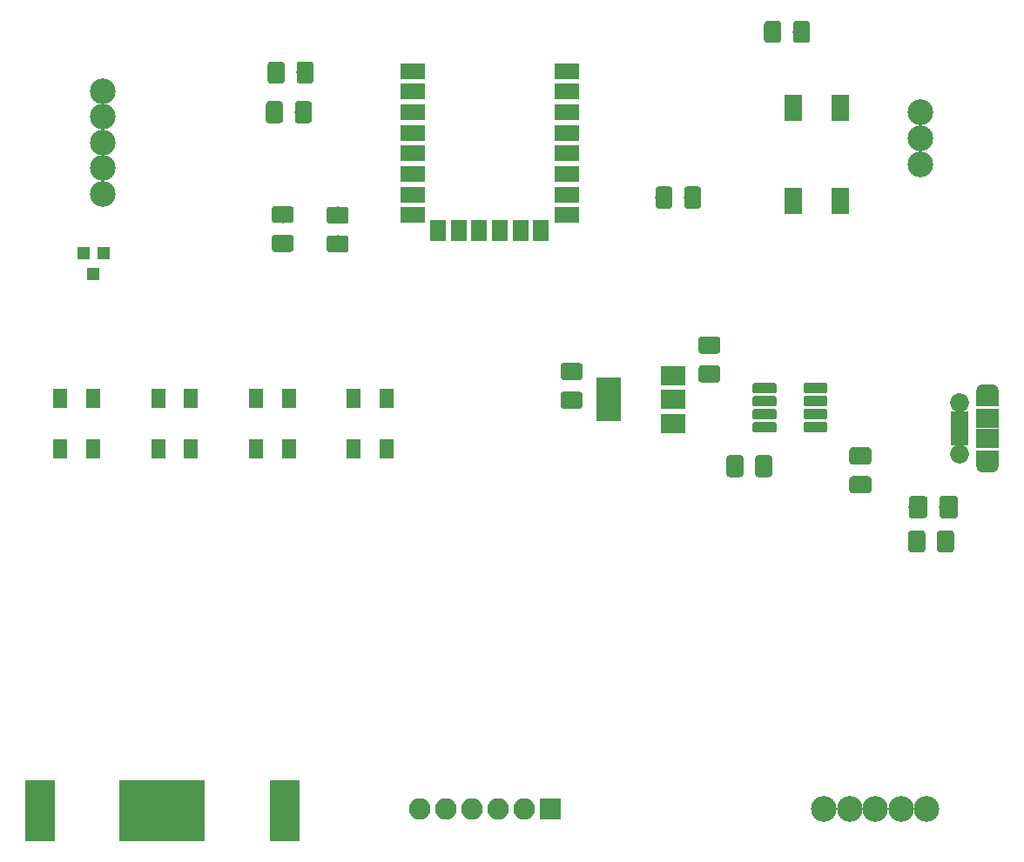
<source format=gbr>
G04 #@! TF.GenerationSoftware,KiCad,Pcbnew,(5.1.2)-1*
G04 #@! TF.CreationDate,2020-01-23T21:38:11-06:00*
G04 #@! TF.ProjectId,8266-dev,38323636-2d64-4657-962e-6b696361645f,rev?*
G04 #@! TF.SameCoordinates,Original*
G04 #@! TF.FileFunction,Soldermask,Top*
G04 #@! TF.FilePolarity,Negative*
%FSLAX46Y46*%
G04 Gerber Fmt 4.6, Leading zero omitted, Abs format (unit mm)*
G04 Created by KiCad (PCBNEW (5.1.2)-1) date 2020-01-23 21:38:11*
%MOMM*%
%LPD*%
G04 APERTURE LIST*
%ADD10C,0.100000*%
%ADD11C,1.650000*%
%ADD12R,8.400000X5.960000*%
%ADD13R,3.000000X5.960000*%
%ADD14R,1.800000X2.500000*%
%ADD15R,1.500000X2.100000*%
%ADD16R,2.400000X1.600000*%
%ADD17C,2.500000*%
%ADD18R,2.100000X2.100000*%
%ADD19O,2.100000X2.100000*%
%ADD20R,1.400000X1.900000*%
%ADD21R,1.200000X1.300000*%
%ADD22R,2.300000X1.900000*%
%ADD23C,1.850000*%
%ADD24R,1.750000X0.800000*%
%ADD25O,2.300000X1.600000*%
%ADD26R,2.300000X1.600000*%
%ADD27C,1.000000*%
%ADD28C,1.825000*%
%ADD29R,2.400000X4.200000*%
%ADD30R,2.400000X1.900000*%
G04 APERTURE END LIST*
D10*
G36*
X169825045Y-91797890D02*
G01*
X169857079Y-91802642D01*
X169888493Y-91810511D01*
X169918985Y-91821421D01*
X169948260Y-91835267D01*
X169976037Y-91851916D01*
X170002049Y-91871208D01*
X170026044Y-91892956D01*
X170047792Y-91916951D01*
X170067084Y-91942963D01*
X170083733Y-91970740D01*
X170097579Y-92000015D01*
X170108489Y-92030507D01*
X170116358Y-92061921D01*
X170121110Y-92093955D01*
X170122699Y-92126301D01*
X170122699Y-93116301D01*
X170121110Y-93148647D01*
X170116358Y-93180681D01*
X170108489Y-93212095D01*
X170097579Y-93242587D01*
X170083733Y-93271862D01*
X170067084Y-93299639D01*
X170047792Y-93325651D01*
X170026044Y-93349646D01*
X170002049Y-93371394D01*
X169976037Y-93390686D01*
X169948260Y-93407335D01*
X169918985Y-93421181D01*
X169888493Y-93432091D01*
X169857079Y-93439960D01*
X169825045Y-93444712D01*
X169792699Y-93446301D01*
X168302699Y-93446301D01*
X168270353Y-93444712D01*
X168238319Y-93439960D01*
X168206905Y-93432091D01*
X168176413Y-93421181D01*
X168147138Y-93407335D01*
X168119361Y-93390686D01*
X168093349Y-93371394D01*
X168069354Y-93349646D01*
X168047606Y-93325651D01*
X168028314Y-93299639D01*
X168011665Y-93271862D01*
X167997819Y-93242587D01*
X167986909Y-93212095D01*
X167979040Y-93180681D01*
X167974288Y-93148647D01*
X167972699Y-93116301D01*
X167972699Y-92126301D01*
X167974288Y-92093955D01*
X167979040Y-92061921D01*
X167986909Y-92030507D01*
X167997819Y-92000015D01*
X168011665Y-91970740D01*
X168028314Y-91942963D01*
X168047606Y-91916951D01*
X168069354Y-91892956D01*
X168093349Y-91871208D01*
X168119361Y-91851916D01*
X168147138Y-91835267D01*
X168176413Y-91821421D01*
X168206905Y-91810511D01*
X168238319Y-91802642D01*
X168270353Y-91797890D01*
X168302699Y-91796301D01*
X169792699Y-91796301D01*
X169825045Y-91797890D01*
X169825045Y-91797890D01*
G37*
D11*
X169047699Y-92621301D03*
D10*
G36*
X169825045Y-94597890D02*
G01*
X169857079Y-94602642D01*
X169888493Y-94610511D01*
X169918985Y-94621421D01*
X169948260Y-94635267D01*
X169976037Y-94651916D01*
X170002049Y-94671208D01*
X170026044Y-94692956D01*
X170047792Y-94716951D01*
X170067084Y-94742963D01*
X170083733Y-94770740D01*
X170097579Y-94800015D01*
X170108489Y-94830507D01*
X170116358Y-94861921D01*
X170121110Y-94893955D01*
X170122699Y-94926301D01*
X170122699Y-95916301D01*
X170121110Y-95948647D01*
X170116358Y-95980681D01*
X170108489Y-96012095D01*
X170097579Y-96042587D01*
X170083733Y-96071862D01*
X170067084Y-96099639D01*
X170047792Y-96125651D01*
X170026044Y-96149646D01*
X170002049Y-96171394D01*
X169976037Y-96190686D01*
X169948260Y-96207335D01*
X169918985Y-96221181D01*
X169888493Y-96232091D01*
X169857079Y-96239960D01*
X169825045Y-96244712D01*
X169792699Y-96246301D01*
X168302699Y-96246301D01*
X168270353Y-96244712D01*
X168238319Y-96239960D01*
X168206905Y-96232091D01*
X168176413Y-96221181D01*
X168147138Y-96207335D01*
X168119361Y-96190686D01*
X168093349Y-96171394D01*
X168069354Y-96149646D01*
X168047606Y-96125651D01*
X168028314Y-96099639D01*
X168011665Y-96071862D01*
X167997819Y-96042587D01*
X167986909Y-96012095D01*
X167979040Y-95980681D01*
X167974288Y-95948647D01*
X167972699Y-95916301D01*
X167972699Y-94926301D01*
X167974288Y-94893955D01*
X167979040Y-94861921D01*
X167986909Y-94830507D01*
X167997819Y-94800015D01*
X168011665Y-94770740D01*
X168028314Y-94742963D01*
X168047606Y-94716951D01*
X168069354Y-94692956D01*
X168093349Y-94671208D01*
X168119361Y-94651916D01*
X168147138Y-94635267D01*
X168176413Y-94621421D01*
X168206905Y-94610511D01*
X168238319Y-94602642D01*
X168270353Y-94597890D01*
X168302699Y-94596301D01*
X169792699Y-94596301D01*
X169825045Y-94597890D01*
X169825045Y-94597890D01*
G37*
D11*
X169047699Y-95421301D03*
D12*
X101168200Y-127170180D03*
D13*
X113073200Y-127170180D03*
X89263200Y-127170180D03*
D10*
G36*
X113667646Y-68310309D02*
G01*
X113699680Y-68315061D01*
X113731094Y-68322930D01*
X113761586Y-68333840D01*
X113790861Y-68347686D01*
X113818638Y-68364335D01*
X113844650Y-68383627D01*
X113868645Y-68405375D01*
X113890393Y-68429370D01*
X113909685Y-68455382D01*
X113926334Y-68483159D01*
X113940180Y-68512434D01*
X113951090Y-68542926D01*
X113958959Y-68574340D01*
X113963711Y-68606374D01*
X113965300Y-68638720D01*
X113965300Y-69628720D01*
X113963711Y-69661066D01*
X113958959Y-69693100D01*
X113951090Y-69724514D01*
X113940180Y-69755006D01*
X113926334Y-69784281D01*
X113909685Y-69812058D01*
X113890393Y-69838070D01*
X113868645Y-69862065D01*
X113844650Y-69883813D01*
X113818638Y-69903105D01*
X113790861Y-69919754D01*
X113761586Y-69933600D01*
X113731094Y-69944510D01*
X113699680Y-69952379D01*
X113667646Y-69957131D01*
X113635300Y-69958720D01*
X112145300Y-69958720D01*
X112112954Y-69957131D01*
X112080920Y-69952379D01*
X112049506Y-69944510D01*
X112019014Y-69933600D01*
X111989739Y-69919754D01*
X111961962Y-69903105D01*
X111935950Y-69883813D01*
X111911955Y-69862065D01*
X111890207Y-69838070D01*
X111870915Y-69812058D01*
X111854266Y-69784281D01*
X111840420Y-69755006D01*
X111829510Y-69724514D01*
X111821641Y-69693100D01*
X111816889Y-69661066D01*
X111815300Y-69628720D01*
X111815300Y-68638720D01*
X111816889Y-68606374D01*
X111821641Y-68574340D01*
X111829510Y-68542926D01*
X111840420Y-68512434D01*
X111854266Y-68483159D01*
X111870915Y-68455382D01*
X111890207Y-68429370D01*
X111911955Y-68405375D01*
X111935950Y-68383627D01*
X111961962Y-68364335D01*
X111989739Y-68347686D01*
X112019014Y-68333840D01*
X112049506Y-68322930D01*
X112080920Y-68315061D01*
X112112954Y-68310309D01*
X112145300Y-68308720D01*
X113635300Y-68308720D01*
X113667646Y-68310309D01*
X113667646Y-68310309D01*
G37*
D11*
X112890300Y-69133720D03*
D10*
G36*
X113667646Y-71110309D02*
G01*
X113699680Y-71115061D01*
X113731094Y-71122930D01*
X113761586Y-71133840D01*
X113790861Y-71147686D01*
X113818638Y-71164335D01*
X113844650Y-71183627D01*
X113868645Y-71205375D01*
X113890393Y-71229370D01*
X113909685Y-71255382D01*
X113926334Y-71283159D01*
X113940180Y-71312434D01*
X113951090Y-71342926D01*
X113958959Y-71374340D01*
X113963711Y-71406374D01*
X113965300Y-71438720D01*
X113965300Y-72428720D01*
X113963711Y-72461066D01*
X113958959Y-72493100D01*
X113951090Y-72524514D01*
X113940180Y-72555006D01*
X113926334Y-72584281D01*
X113909685Y-72612058D01*
X113890393Y-72638070D01*
X113868645Y-72662065D01*
X113844650Y-72683813D01*
X113818638Y-72703105D01*
X113790861Y-72719754D01*
X113761586Y-72733600D01*
X113731094Y-72744510D01*
X113699680Y-72752379D01*
X113667646Y-72757131D01*
X113635300Y-72758720D01*
X112145300Y-72758720D01*
X112112954Y-72757131D01*
X112080920Y-72752379D01*
X112049506Y-72744510D01*
X112019014Y-72733600D01*
X111989739Y-72719754D01*
X111961962Y-72703105D01*
X111935950Y-72683813D01*
X111911955Y-72662065D01*
X111890207Y-72638070D01*
X111870915Y-72612058D01*
X111854266Y-72584281D01*
X111840420Y-72555006D01*
X111829510Y-72524514D01*
X111821641Y-72493100D01*
X111816889Y-72461066D01*
X111815300Y-72428720D01*
X111815300Y-71438720D01*
X111816889Y-71406374D01*
X111821641Y-71374340D01*
X111829510Y-71342926D01*
X111840420Y-71312434D01*
X111854266Y-71283159D01*
X111870915Y-71255382D01*
X111890207Y-71229370D01*
X111911955Y-71205375D01*
X111935950Y-71183627D01*
X111961962Y-71164335D01*
X111989739Y-71147686D01*
X112019014Y-71133840D01*
X112049506Y-71122930D01*
X112080920Y-71115061D01*
X112112954Y-71110309D01*
X112145300Y-71108720D01*
X113635300Y-71108720D01*
X113667646Y-71110309D01*
X113667646Y-71110309D01*
G37*
D11*
X112890300Y-71933720D03*
D10*
G36*
X115574106Y-54214769D02*
G01*
X115606140Y-54219521D01*
X115637554Y-54227390D01*
X115668046Y-54238300D01*
X115697321Y-54252146D01*
X115725098Y-54268795D01*
X115751110Y-54288087D01*
X115775105Y-54309835D01*
X115796853Y-54333830D01*
X115816145Y-54359842D01*
X115832794Y-54387619D01*
X115846640Y-54416894D01*
X115857550Y-54447386D01*
X115865419Y-54478800D01*
X115870171Y-54510834D01*
X115871760Y-54543180D01*
X115871760Y-56033180D01*
X115870171Y-56065526D01*
X115865419Y-56097560D01*
X115857550Y-56128974D01*
X115846640Y-56159466D01*
X115832794Y-56188741D01*
X115816145Y-56216518D01*
X115796853Y-56242530D01*
X115775105Y-56266525D01*
X115751110Y-56288273D01*
X115725098Y-56307565D01*
X115697321Y-56324214D01*
X115668046Y-56338060D01*
X115637554Y-56348970D01*
X115606140Y-56356839D01*
X115574106Y-56361591D01*
X115541760Y-56363180D01*
X114551760Y-56363180D01*
X114519414Y-56361591D01*
X114487380Y-56356839D01*
X114455966Y-56348970D01*
X114425474Y-56338060D01*
X114396199Y-56324214D01*
X114368422Y-56307565D01*
X114342410Y-56288273D01*
X114318415Y-56266525D01*
X114296667Y-56242530D01*
X114277375Y-56216518D01*
X114260726Y-56188741D01*
X114246880Y-56159466D01*
X114235970Y-56128974D01*
X114228101Y-56097560D01*
X114223349Y-56065526D01*
X114221760Y-56033180D01*
X114221760Y-54543180D01*
X114223349Y-54510834D01*
X114228101Y-54478800D01*
X114235970Y-54447386D01*
X114246880Y-54416894D01*
X114260726Y-54387619D01*
X114277375Y-54359842D01*
X114296667Y-54333830D01*
X114318415Y-54309835D01*
X114342410Y-54288087D01*
X114368422Y-54268795D01*
X114396199Y-54252146D01*
X114425474Y-54238300D01*
X114455966Y-54227390D01*
X114487380Y-54219521D01*
X114519414Y-54214769D01*
X114551760Y-54213180D01*
X115541760Y-54213180D01*
X115574106Y-54214769D01*
X115574106Y-54214769D01*
G37*
D11*
X115046760Y-55288180D03*
D10*
G36*
X112774106Y-54214769D02*
G01*
X112806140Y-54219521D01*
X112837554Y-54227390D01*
X112868046Y-54238300D01*
X112897321Y-54252146D01*
X112925098Y-54268795D01*
X112951110Y-54288087D01*
X112975105Y-54309835D01*
X112996853Y-54333830D01*
X113016145Y-54359842D01*
X113032794Y-54387619D01*
X113046640Y-54416894D01*
X113057550Y-54447386D01*
X113065419Y-54478800D01*
X113070171Y-54510834D01*
X113071760Y-54543180D01*
X113071760Y-56033180D01*
X113070171Y-56065526D01*
X113065419Y-56097560D01*
X113057550Y-56128974D01*
X113046640Y-56159466D01*
X113032794Y-56188741D01*
X113016145Y-56216518D01*
X112996853Y-56242530D01*
X112975105Y-56266525D01*
X112951110Y-56288273D01*
X112925098Y-56307565D01*
X112897321Y-56324214D01*
X112868046Y-56338060D01*
X112837554Y-56348970D01*
X112806140Y-56356839D01*
X112774106Y-56361591D01*
X112741760Y-56363180D01*
X111751760Y-56363180D01*
X111719414Y-56361591D01*
X111687380Y-56356839D01*
X111655966Y-56348970D01*
X111625474Y-56338060D01*
X111596199Y-56324214D01*
X111568422Y-56307565D01*
X111542410Y-56288273D01*
X111518415Y-56266525D01*
X111496667Y-56242530D01*
X111477375Y-56216518D01*
X111460726Y-56188741D01*
X111446880Y-56159466D01*
X111435970Y-56128974D01*
X111428101Y-56097560D01*
X111423349Y-56065526D01*
X111421760Y-56033180D01*
X111421760Y-54543180D01*
X111423349Y-54510834D01*
X111428101Y-54478800D01*
X111435970Y-54447386D01*
X111446880Y-54416894D01*
X111460726Y-54387619D01*
X111477375Y-54359842D01*
X111496667Y-54333830D01*
X111518415Y-54309835D01*
X111542410Y-54288087D01*
X111568422Y-54268795D01*
X111596199Y-54252146D01*
X111625474Y-54238300D01*
X111655966Y-54227390D01*
X111687380Y-54219521D01*
X111719414Y-54214769D01*
X111751760Y-54213180D01*
X112741760Y-54213180D01*
X112774106Y-54214769D01*
X112774106Y-54214769D01*
G37*
D11*
X112246760Y-55288180D03*
D10*
G36*
X112606466Y-58088269D02*
G01*
X112638500Y-58093021D01*
X112669914Y-58100890D01*
X112700406Y-58111800D01*
X112729681Y-58125646D01*
X112757458Y-58142295D01*
X112783470Y-58161587D01*
X112807465Y-58183335D01*
X112829213Y-58207330D01*
X112848505Y-58233342D01*
X112865154Y-58261119D01*
X112879000Y-58290394D01*
X112889910Y-58320886D01*
X112897779Y-58352300D01*
X112902531Y-58384334D01*
X112904120Y-58416680D01*
X112904120Y-59906680D01*
X112902531Y-59939026D01*
X112897779Y-59971060D01*
X112889910Y-60002474D01*
X112879000Y-60032966D01*
X112865154Y-60062241D01*
X112848505Y-60090018D01*
X112829213Y-60116030D01*
X112807465Y-60140025D01*
X112783470Y-60161773D01*
X112757458Y-60181065D01*
X112729681Y-60197714D01*
X112700406Y-60211560D01*
X112669914Y-60222470D01*
X112638500Y-60230339D01*
X112606466Y-60235091D01*
X112574120Y-60236680D01*
X111584120Y-60236680D01*
X111551774Y-60235091D01*
X111519740Y-60230339D01*
X111488326Y-60222470D01*
X111457834Y-60211560D01*
X111428559Y-60197714D01*
X111400782Y-60181065D01*
X111374770Y-60161773D01*
X111350775Y-60140025D01*
X111329027Y-60116030D01*
X111309735Y-60090018D01*
X111293086Y-60062241D01*
X111279240Y-60032966D01*
X111268330Y-60002474D01*
X111260461Y-59971060D01*
X111255709Y-59939026D01*
X111254120Y-59906680D01*
X111254120Y-58416680D01*
X111255709Y-58384334D01*
X111260461Y-58352300D01*
X111268330Y-58320886D01*
X111279240Y-58290394D01*
X111293086Y-58261119D01*
X111309735Y-58233342D01*
X111329027Y-58207330D01*
X111350775Y-58183335D01*
X111374770Y-58161587D01*
X111400782Y-58142295D01*
X111428559Y-58125646D01*
X111457834Y-58111800D01*
X111488326Y-58100890D01*
X111519740Y-58093021D01*
X111551774Y-58088269D01*
X111584120Y-58086680D01*
X112574120Y-58086680D01*
X112606466Y-58088269D01*
X112606466Y-58088269D01*
G37*
D11*
X112079120Y-59161680D03*
D10*
G36*
X115406466Y-58088269D02*
G01*
X115438500Y-58093021D01*
X115469914Y-58100890D01*
X115500406Y-58111800D01*
X115529681Y-58125646D01*
X115557458Y-58142295D01*
X115583470Y-58161587D01*
X115607465Y-58183335D01*
X115629213Y-58207330D01*
X115648505Y-58233342D01*
X115665154Y-58261119D01*
X115679000Y-58290394D01*
X115689910Y-58320886D01*
X115697779Y-58352300D01*
X115702531Y-58384334D01*
X115704120Y-58416680D01*
X115704120Y-59906680D01*
X115702531Y-59939026D01*
X115697779Y-59971060D01*
X115689910Y-60002474D01*
X115679000Y-60032966D01*
X115665154Y-60062241D01*
X115648505Y-60090018D01*
X115629213Y-60116030D01*
X115607465Y-60140025D01*
X115583470Y-60161773D01*
X115557458Y-60181065D01*
X115529681Y-60197714D01*
X115500406Y-60211560D01*
X115469914Y-60222470D01*
X115438500Y-60230339D01*
X115406466Y-60235091D01*
X115374120Y-60236680D01*
X114384120Y-60236680D01*
X114351774Y-60235091D01*
X114319740Y-60230339D01*
X114288326Y-60222470D01*
X114257834Y-60211560D01*
X114228559Y-60197714D01*
X114200782Y-60181065D01*
X114174770Y-60161773D01*
X114150775Y-60140025D01*
X114129027Y-60116030D01*
X114109735Y-60090018D01*
X114093086Y-60062241D01*
X114079240Y-60032966D01*
X114068330Y-60002474D01*
X114060461Y-59971060D01*
X114055709Y-59939026D01*
X114054120Y-59906680D01*
X114054120Y-58416680D01*
X114055709Y-58384334D01*
X114060461Y-58352300D01*
X114068330Y-58320886D01*
X114079240Y-58290394D01*
X114093086Y-58261119D01*
X114109735Y-58233342D01*
X114129027Y-58207330D01*
X114150775Y-58183335D01*
X114174770Y-58161587D01*
X114200782Y-58142295D01*
X114228559Y-58125646D01*
X114257834Y-58111800D01*
X114288326Y-58100890D01*
X114319740Y-58093021D01*
X114351774Y-58088269D01*
X114384120Y-58086680D01*
X115374120Y-58086680D01*
X115406466Y-58088269D01*
X115406466Y-58088269D01*
G37*
D11*
X114879120Y-59161680D03*
D10*
G36*
X163836646Y-50285389D02*
G01*
X163868680Y-50290141D01*
X163900094Y-50298010D01*
X163930586Y-50308920D01*
X163959861Y-50322766D01*
X163987638Y-50339415D01*
X164013650Y-50358707D01*
X164037645Y-50380455D01*
X164059393Y-50404450D01*
X164078685Y-50430462D01*
X164095334Y-50458239D01*
X164109180Y-50487514D01*
X164120090Y-50518006D01*
X164127959Y-50549420D01*
X164132711Y-50581454D01*
X164134300Y-50613800D01*
X164134300Y-52103800D01*
X164132711Y-52136146D01*
X164127959Y-52168180D01*
X164120090Y-52199594D01*
X164109180Y-52230086D01*
X164095334Y-52259361D01*
X164078685Y-52287138D01*
X164059393Y-52313150D01*
X164037645Y-52337145D01*
X164013650Y-52358893D01*
X163987638Y-52378185D01*
X163959861Y-52394834D01*
X163930586Y-52408680D01*
X163900094Y-52419590D01*
X163868680Y-52427459D01*
X163836646Y-52432211D01*
X163804300Y-52433800D01*
X162814300Y-52433800D01*
X162781954Y-52432211D01*
X162749920Y-52427459D01*
X162718506Y-52419590D01*
X162688014Y-52408680D01*
X162658739Y-52394834D01*
X162630962Y-52378185D01*
X162604950Y-52358893D01*
X162580955Y-52337145D01*
X162559207Y-52313150D01*
X162539915Y-52287138D01*
X162523266Y-52259361D01*
X162509420Y-52230086D01*
X162498510Y-52199594D01*
X162490641Y-52168180D01*
X162485889Y-52136146D01*
X162484300Y-52103800D01*
X162484300Y-50613800D01*
X162485889Y-50581454D01*
X162490641Y-50549420D01*
X162498510Y-50518006D01*
X162509420Y-50487514D01*
X162523266Y-50458239D01*
X162539915Y-50430462D01*
X162559207Y-50404450D01*
X162580955Y-50380455D01*
X162604950Y-50358707D01*
X162630962Y-50339415D01*
X162658739Y-50322766D01*
X162688014Y-50308920D01*
X162718506Y-50298010D01*
X162749920Y-50290141D01*
X162781954Y-50285389D01*
X162814300Y-50283800D01*
X163804300Y-50283800D01*
X163836646Y-50285389D01*
X163836646Y-50285389D01*
G37*
D11*
X163309300Y-51358800D03*
D10*
G36*
X161036646Y-50285389D02*
G01*
X161068680Y-50290141D01*
X161100094Y-50298010D01*
X161130586Y-50308920D01*
X161159861Y-50322766D01*
X161187638Y-50339415D01*
X161213650Y-50358707D01*
X161237645Y-50380455D01*
X161259393Y-50404450D01*
X161278685Y-50430462D01*
X161295334Y-50458239D01*
X161309180Y-50487514D01*
X161320090Y-50518006D01*
X161327959Y-50549420D01*
X161332711Y-50581454D01*
X161334300Y-50613800D01*
X161334300Y-52103800D01*
X161332711Y-52136146D01*
X161327959Y-52168180D01*
X161320090Y-52199594D01*
X161309180Y-52230086D01*
X161295334Y-52259361D01*
X161278685Y-52287138D01*
X161259393Y-52313150D01*
X161237645Y-52337145D01*
X161213650Y-52358893D01*
X161187638Y-52378185D01*
X161159861Y-52394834D01*
X161130586Y-52408680D01*
X161100094Y-52419590D01*
X161068680Y-52427459D01*
X161036646Y-52432211D01*
X161004300Y-52433800D01*
X160014300Y-52433800D01*
X159981954Y-52432211D01*
X159949920Y-52427459D01*
X159918506Y-52419590D01*
X159888014Y-52408680D01*
X159858739Y-52394834D01*
X159830962Y-52378185D01*
X159804950Y-52358893D01*
X159780955Y-52337145D01*
X159759207Y-52313150D01*
X159739915Y-52287138D01*
X159723266Y-52259361D01*
X159709420Y-52230086D01*
X159698510Y-52199594D01*
X159690641Y-52168180D01*
X159685889Y-52136146D01*
X159684300Y-52103800D01*
X159684300Y-50613800D01*
X159685889Y-50581454D01*
X159690641Y-50549420D01*
X159698510Y-50518006D01*
X159709420Y-50487514D01*
X159723266Y-50458239D01*
X159739915Y-50430462D01*
X159759207Y-50404450D01*
X159780955Y-50380455D01*
X159804950Y-50358707D01*
X159830962Y-50339415D01*
X159858739Y-50322766D01*
X159888014Y-50308920D01*
X159918506Y-50298010D01*
X159949920Y-50290141D01*
X159981954Y-50285389D01*
X160014300Y-50283800D01*
X161004300Y-50283800D01*
X161036646Y-50285389D01*
X161036646Y-50285389D01*
G37*
D11*
X160509300Y-51358800D03*
D10*
G36*
X153270706Y-66401689D02*
G01*
X153302740Y-66406441D01*
X153334154Y-66414310D01*
X153364646Y-66425220D01*
X153393921Y-66439066D01*
X153421698Y-66455715D01*
X153447710Y-66475007D01*
X153471705Y-66496755D01*
X153493453Y-66520750D01*
X153512745Y-66546762D01*
X153529394Y-66574539D01*
X153543240Y-66603814D01*
X153554150Y-66634306D01*
X153562019Y-66665720D01*
X153566771Y-66697754D01*
X153568360Y-66730100D01*
X153568360Y-68220100D01*
X153566771Y-68252446D01*
X153562019Y-68284480D01*
X153554150Y-68315894D01*
X153543240Y-68346386D01*
X153529394Y-68375661D01*
X153512745Y-68403438D01*
X153493453Y-68429450D01*
X153471705Y-68453445D01*
X153447710Y-68475193D01*
X153421698Y-68494485D01*
X153393921Y-68511134D01*
X153364646Y-68524980D01*
X153334154Y-68535890D01*
X153302740Y-68543759D01*
X153270706Y-68548511D01*
X153238360Y-68550100D01*
X152248360Y-68550100D01*
X152216014Y-68548511D01*
X152183980Y-68543759D01*
X152152566Y-68535890D01*
X152122074Y-68524980D01*
X152092799Y-68511134D01*
X152065022Y-68494485D01*
X152039010Y-68475193D01*
X152015015Y-68453445D01*
X151993267Y-68429450D01*
X151973975Y-68403438D01*
X151957326Y-68375661D01*
X151943480Y-68346386D01*
X151932570Y-68315894D01*
X151924701Y-68284480D01*
X151919949Y-68252446D01*
X151918360Y-68220100D01*
X151918360Y-66730100D01*
X151919949Y-66697754D01*
X151924701Y-66665720D01*
X151932570Y-66634306D01*
X151943480Y-66603814D01*
X151957326Y-66574539D01*
X151973975Y-66546762D01*
X151993267Y-66520750D01*
X152015015Y-66496755D01*
X152039010Y-66475007D01*
X152065022Y-66455715D01*
X152092799Y-66439066D01*
X152122074Y-66425220D01*
X152152566Y-66414310D01*
X152183980Y-66406441D01*
X152216014Y-66401689D01*
X152248360Y-66400100D01*
X153238360Y-66400100D01*
X153270706Y-66401689D01*
X153270706Y-66401689D01*
G37*
D11*
X152743360Y-67475100D03*
D10*
G36*
X150470706Y-66401689D02*
G01*
X150502740Y-66406441D01*
X150534154Y-66414310D01*
X150564646Y-66425220D01*
X150593921Y-66439066D01*
X150621698Y-66455715D01*
X150647710Y-66475007D01*
X150671705Y-66496755D01*
X150693453Y-66520750D01*
X150712745Y-66546762D01*
X150729394Y-66574539D01*
X150743240Y-66603814D01*
X150754150Y-66634306D01*
X150762019Y-66665720D01*
X150766771Y-66697754D01*
X150768360Y-66730100D01*
X150768360Y-68220100D01*
X150766771Y-68252446D01*
X150762019Y-68284480D01*
X150754150Y-68315894D01*
X150743240Y-68346386D01*
X150729394Y-68375661D01*
X150712745Y-68403438D01*
X150693453Y-68429450D01*
X150671705Y-68453445D01*
X150647710Y-68475193D01*
X150621698Y-68494485D01*
X150593921Y-68511134D01*
X150564646Y-68524980D01*
X150534154Y-68535890D01*
X150502740Y-68543759D01*
X150470706Y-68548511D01*
X150438360Y-68550100D01*
X149448360Y-68550100D01*
X149416014Y-68548511D01*
X149383980Y-68543759D01*
X149352566Y-68535890D01*
X149322074Y-68524980D01*
X149292799Y-68511134D01*
X149265022Y-68494485D01*
X149239010Y-68475193D01*
X149215015Y-68453445D01*
X149193267Y-68429450D01*
X149173975Y-68403438D01*
X149157326Y-68375661D01*
X149143480Y-68346386D01*
X149132570Y-68315894D01*
X149124701Y-68284480D01*
X149119949Y-68252446D01*
X149118360Y-68220100D01*
X149118360Y-66730100D01*
X149119949Y-66697754D01*
X149124701Y-66665720D01*
X149132570Y-66634306D01*
X149143480Y-66603814D01*
X149157326Y-66574539D01*
X149173975Y-66546762D01*
X149193267Y-66520750D01*
X149215015Y-66496755D01*
X149239010Y-66475007D01*
X149265022Y-66455715D01*
X149292799Y-66439066D01*
X149322074Y-66425220D01*
X149352566Y-66414310D01*
X149383980Y-66406441D01*
X149416014Y-66401689D01*
X149448360Y-66400100D01*
X150438360Y-66400100D01*
X150470706Y-66401689D01*
X150470706Y-66401689D01*
G37*
D11*
X149943360Y-67475100D03*
D14*
X167055360Y-67813780D03*
X162555360Y-67813780D03*
X162555360Y-58713780D03*
X167055360Y-58713780D03*
D15*
X137986780Y-70671580D03*
X135986780Y-70671580D03*
X133986780Y-70671580D03*
X131986780Y-70671580D03*
X129986780Y-70671580D03*
X127986780Y-70671580D03*
D16*
X140486780Y-55171580D03*
X140486780Y-57171580D03*
X140486780Y-59171580D03*
X140486780Y-61171580D03*
X140486780Y-63171580D03*
X140486780Y-65171580D03*
X140486780Y-67171580D03*
X140486780Y-69171580D03*
X125486780Y-69171580D03*
X125486780Y-67171580D03*
X125486780Y-65171580D03*
X125486780Y-63171580D03*
X125486780Y-61171580D03*
X125486780Y-59171580D03*
X125486780Y-57171580D03*
X125486780Y-55171580D03*
D17*
X165511480Y-126949200D03*
X168011480Y-126949200D03*
X170511480Y-126949200D03*
X173011480Y-126949200D03*
X175511480Y-126949200D03*
X95417640Y-57104280D03*
X95417640Y-59604280D03*
X95417640Y-62104280D03*
X95417640Y-64604280D03*
X95417640Y-67104280D03*
D18*
X138942530Y-126944200D03*
D19*
X136402530Y-126944200D03*
X133862530Y-126944200D03*
X131322530Y-126944200D03*
X128782530Y-126944200D03*
X126242530Y-126944200D03*
D17*
X174919640Y-59194700D03*
X174919640Y-61734700D03*
X174919640Y-64274700D03*
D10*
G36*
X118983866Y-68355569D02*
G01*
X119015900Y-68360321D01*
X119047314Y-68368190D01*
X119077806Y-68379100D01*
X119107081Y-68392946D01*
X119134858Y-68409595D01*
X119160870Y-68428887D01*
X119184865Y-68450635D01*
X119206613Y-68474630D01*
X119225905Y-68500642D01*
X119242554Y-68528419D01*
X119256400Y-68557694D01*
X119267310Y-68588186D01*
X119275179Y-68619600D01*
X119279931Y-68651634D01*
X119281520Y-68683980D01*
X119281520Y-69673980D01*
X119279931Y-69706326D01*
X119275179Y-69738360D01*
X119267310Y-69769774D01*
X119256400Y-69800266D01*
X119242554Y-69829541D01*
X119225905Y-69857318D01*
X119206613Y-69883330D01*
X119184865Y-69907325D01*
X119160870Y-69929073D01*
X119134858Y-69948365D01*
X119107081Y-69965014D01*
X119077806Y-69978860D01*
X119047314Y-69989770D01*
X119015900Y-69997639D01*
X118983866Y-70002391D01*
X118951520Y-70003980D01*
X117461520Y-70003980D01*
X117429174Y-70002391D01*
X117397140Y-69997639D01*
X117365726Y-69989770D01*
X117335234Y-69978860D01*
X117305959Y-69965014D01*
X117278182Y-69948365D01*
X117252170Y-69929073D01*
X117228175Y-69907325D01*
X117206427Y-69883330D01*
X117187135Y-69857318D01*
X117170486Y-69829541D01*
X117156640Y-69800266D01*
X117145730Y-69769774D01*
X117137861Y-69738360D01*
X117133109Y-69706326D01*
X117131520Y-69673980D01*
X117131520Y-68683980D01*
X117133109Y-68651634D01*
X117137861Y-68619600D01*
X117145730Y-68588186D01*
X117156640Y-68557694D01*
X117170486Y-68528419D01*
X117187135Y-68500642D01*
X117206427Y-68474630D01*
X117228175Y-68450635D01*
X117252170Y-68428887D01*
X117278182Y-68409595D01*
X117305959Y-68392946D01*
X117335234Y-68379100D01*
X117365726Y-68368190D01*
X117397140Y-68360321D01*
X117429174Y-68355569D01*
X117461520Y-68353980D01*
X118951520Y-68353980D01*
X118983866Y-68355569D01*
X118983866Y-68355569D01*
G37*
D11*
X118206520Y-69178980D03*
D10*
G36*
X118983866Y-71155569D02*
G01*
X119015900Y-71160321D01*
X119047314Y-71168190D01*
X119077806Y-71179100D01*
X119107081Y-71192946D01*
X119134858Y-71209595D01*
X119160870Y-71228887D01*
X119184865Y-71250635D01*
X119206613Y-71274630D01*
X119225905Y-71300642D01*
X119242554Y-71328419D01*
X119256400Y-71357694D01*
X119267310Y-71388186D01*
X119275179Y-71419600D01*
X119279931Y-71451634D01*
X119281520Y-71483980D01*
X119281520Y-72473980D01*
X119279931Y-72506326D01*
X119275179Y-72538360D01*
X119267310Y-72569774D01*
X119256400Y-72600266D01*
X119242554Y-72629541D01*
X119225905Y-72657318D01*
X119206613Y-72683330D01*
X119184865Y-72707325D01*
X119160870Y-72729073D01*
X119134858Y-72748365D01*
X119107081Y-72765014D01*
X119077806Y-72778860D01*
X119047314Y-72789770D01*
X119015900Y-72797639D01*
X118983866Y-72802391D01*
X118951520Y-72803980D01*
X117461520Y-72803980D01*
X117429174Y-72802391D01*
X117397140Y-72797639D01*
X117365726Y-72789770D01*
X117335234Y-72778860D01*
X117305959Y-72765014D01*
X117278182Y-72748365D01*
X117252170Y-72729073D01*
X117228175Y-72707325D01*
X117206427Y-72683330D01*
X117187135Y-72657318D01*
X117170486Y-72629541D01*
X117156640Y-72600266D01*
X117145730Y-72569774D01*
X117137861Y-72538360D01*
X117133109Y-72506326D01*
X117131520Y-72473980D01*
X117131520Y-71483980D01*
X117133109Y-71451634D01*
X117137861Y-71419600D01*
X117145730Y-71388186D01*
X117156640Y-71357694D01*
X117170486Y-71328419D01*
X117187135Y-71300642D01*
X117206427Y-71274630D01*
X117228175Y-71250635D01*
X117252170Y-71228887D01*
X117278182Y-71209595D01*
X117305959Y-71192946D01*
X117335234Y-71179100D01*
X117365726Y-71168190D01*
X117397140Y-71160321D01*
X117429174Y-71155569D01*
X117461520Y-71153980D01*
X118951520Y-71153980D01*
X118983866Y-71155569D01*
X118983866Y-71155569D01*
G37*
D11*
X118206520Y-71978980D03*
D20*
X91274000Y-91895000D03*
X94474000Y-91895000D03*
X91274000Y-86995000D03*
X94474000Y-86995000D03*
X103969666Y-86995000D03*
X100769666Y-86995000D03*
X103969666Y-91895000D03*
X100769666Y-91895000D03*
X110265332Y-91895000D03*
X113465332Y-91895000D03*
X110265332Y-86995000D03*
X113465332Y-86995000D03*
X122961000Y-86995000D03*
X119761000Y-86995000D03*
X122961000Y-91895000D03*
X119761000Y-91895000D03*
D21*
X95440500Y-72898000D03*
X93540500Y-72898000D03*
X94490500Y-74898000D03*
D22*
X181419500Y-88957400D03*
D23*
X178719500Y-92457400D03*
D24*
X178719500Y-90607400D03*
X178719500Y-91257400D03*
X178719500Y-88657400D03*
X178719500Y-89307400D03*
X178719500Y-89957400D03*
D23*
X178719500Y-87457400D03*
D22*
X181419500Y-90957400D03*
D25*
X181419500Y-93457400D03*
X181419500Y-86457400D03*
D26*
X181419500Y-87057400D03*
X181419500Y-92857400D03*
D10*
G36*
X165630404Y-89315604D02*
G01*
X165654673Y-89319204D01*
X165678471Y-89325165D01*
X165701571Y-89333430D01*
X165723749Y-89343920D01*
X165744793Y-89356533D01*
X165764498Y-89371147D01*
X165782677Y-89387623D01*
X165799153Y-89405802D01*
X165813767Y-89425507D01*
X165826380Y-89446551D01*
X165836870Y-89468729D01*
X165845135Y-89491829D01*
X165851096Y-89515627D01*
X165854696Y-89539896D01*
X165855900Y-89564400D01*
X165855900Y-90064400D01*
X165854696Y-90088904D01*
X165851096Y-90113173D01*
X165845135Y-90136971D01*
X165836870Y-90160071D01*
X165826380Y-90182249D01*
X165813767Y-90203293D01*
X165799153Y-90222998D01*
X165782677Y-90241177D01*
X165764498Y-90257653D01*
X165744793Y-90272267D01*
X165723749Y-90284880D01*
X165701571Y-90295370D01*
X165678471Y-90303635D01*
X165654673Y-90309596D01*
X165630404Y-90313196D01*
X165605900Y-90314400D01*
X163755900Y-90314400D01*
X163731396Y-90313196D01*
X163707127Y-90309596D01*
X163683329Y-90303635D01*
X163660229Y-90295370D01*
X163638051Y-90284880D01*
X163617007Y-90272267D01*
X163597302Y-90257653D01*
X163579123Y-90241177D01*
X163562647Y-90222998D01*
X163548033Y-90203293D01*
X163535420Y-90182249D01*
X163524930Y-90160071D01*
X163516665Y-90136971D01*
X163510704Y-90113173D01*
X163507104Y-90088904D01*
X163505900Y-90064400D01*
X163505900Y-89564400D01*
X163507104Y-89539896D01*
X163510704Y-89515627D01*
X163516665Y-89491829D01*
X163524930Y-89468729D01*
X163535420Y-89446551D01*
X163548033Y-89425507D01*
X163562647Y-89405802D01*
X163579123Y-89387623D01*
X163597302Y-89371147D01*
X163617007Y-89356533D01*
X163638051Y-89343920D01*
X163660229Y-89333430D01*
X163683329Y-89325165D01*
X163707127Y-89319204D01*
X163731396Y-89315604D01*
X163755900Y-89314400D01*
X165605900Y-89314400D01*
X165630404Y-89315604D01*
X165630404Y-89315604D01*
G37*
D27*
X164680900Y-89814400D03*
D10*
G36*
X165630404Y-88045604D02*
G01*
X165654673Y-88049204D01*
X165678471Y-88055165D01*
X165701571Y-88063430D01*
X165723749Y-88073920D01*
X165744793Y-88086533D01*
X165764498Y-88101147D01*
X165782677Y-88117623D01*
X165799153Y-88135802D01*
X165813767Y-88155507D01*
X165826380Y-88176551D01*
X165836870Y-88198729D01*
X165845135Y-88221829D01*
X165851096Y-88245627D01*
X165854696Y-88269896D01*
X165855900Y-88294400D01*
X165855900Y-88794400D01*
X165854696Y-88818904D01*
X165851096Y-88843173D01*
X165845135Y-88866971D01*
X165836870Y-88890071D01*
X165826380Y-88912249D01*
X165813767Y-88933293D01*
X165799153Y-88952998D01*
X165782677Y-88971177D01*
X165764498Y-88987653D01*
X165744793Y-89002267D01*
X165723749Y-89014880D01*
X165701571Y-89025370D01*
X165678471Y-89033635D01*
X165654673Y-89039596D01*
X165630404Y-89043196D01*
X165605900Y-89044400D01*
X163755900Y-89044400D01*
X163731396Y-89043196D01*
X163707127Y-89039596D01*
X163683329Y-89033635D01*
X163660229Y-89025370D01*
X163638051Y-89014880D01*
X163617007Y-89002267D01*
X163597302Y-88987653D01*
X163579123Y-88971177D01*
X163562647Y-88952998D01*
X163548033Y-88933293D01*
X163535420Y-88912249D01*
X163524930Y-88890071D01*
X163516665Y-88866971D01*
X163510704Y-88843173D01*
X163507104Y-88818904D01*
X163505900Y-88794400D01*
X163505900Y-88294400D01*
X163507104Y-88269896D01*
X163510704Y-88245627D01*
X163516665Y-88221829D01*
X163524930Y-88198729D01*
X163535420Y-88176551D01*
X163548033Y-88155507D01*
X163562647Y-88135802D01*
X163579123Y-88117623D01*
X163597302Y-88101147D01*
X163617007Y-88086533D01*
X163638051Y-88073920D01*
X163660229Y-88063430D01*
X163683329Y-88055165D01*
X163707127Y-88049204D01*
X163731396Y-88045604D01*
X163755900Y-88044400D01*
X165605900Y-88044400D01*
X165630404Y-88045604D01*
X165630404Y-88045604D01*
G37*
D27*
X164680900Y-88544400D03*
D10*
G36*
X165630404Y-86775604D02*
G01*
X165654673Y-86779204D01*
X165678471Y-86785165D01*
X165701571Y-86793430D01*
X165723749Y-86803920D01*
X165744793Y-86816533D01*
X165764498Y-86831147D01*
X165782677Y-86847623D01*
X165799153Y-86865802D01*
X165813767Y-86885507D01*
X165826380Y-86906551D01*
X165836870Y-86928729D01*
X165845135Y-86951829D01*
X165851096Y-86975627D01*
X165854696Y-86999896D01*
X165855900Y-87024400D01*
X165855900Y-87524400D01*
X165854696Y-87548904D01*
X165851096Y-87573173D01*
X165845135Y-87596971D01*
X165836870Y-87620071D01*
X165826380Y-87642249D01*
X165813767Y-87663293D01*
X165799153Y-87682998D01*
X165782677Y-87701177D01*
X165764498Y-87717653D01*
X165744793Y-87732267D01*
X165723749Y-87744880D01*
X165701571Y-87755370D01*
X165678471Y-87763635D01*
X165654673Y-87769596D01*
X165630404Y-87773196D01*
X165605900Y-87774400D01*
X163755900Y-87774400D01*
X163731396Y-87773196D01*
X163707127Y-87769596D01*
X163683329Y-87763635D01*
X163660229Y-87755370D01*
X163638051Y-87744880D01*
X163617007Y-87732267D01*
X163597302Y-87717653D01*
X163579123Y-87701177D01*
X163562647Y-87682998D01*
X163548033Y-87663293D01*
X163535420Y-87642249D01*
X163524930Y-87620071D01*
X163516665Y-87596971D01*
X163510704Y-87573173D01*
X163507104Y-87548904D01*
X163505900Y-87524400D01*
X163505900Y-87024400D01*
X163507104Y-86999896D01*
X163510704Y-86975627D01*
X163516665Y-86951829D01*
X163524930Y-86928729D01*
X163535420Y-86906551D01*
X163548033Y-86885507D01*
X163562647Y-86865802D01*
X163579123Y-86847623D01*
X163597302Y-86831147D01*
X163617007Y-86816533D01*
X163638051Y-86803920D01*
X163660229Y-86793430D01*
X163683329Y-86785165D01*
X163707127Y-86779204D01*
X163731396Y-86775604D01*
X163755900Y-86774400D01*
X165605900Y-86774400D01*
X165630404Y-86775604D01*
X165630404Y-86775604D01*
G37*
D27*
X164680900Y-87274400D03*
D10*
G36*
X165630404Y-85505604D02*
G01*
X165654673Y-85509204D01*
X165678471Y-85515165D01*
X165701571Y-85523430D01*
X165723749Y-85533920D01*
X165744793Y-85546533D01*
X165764498Y-85561147D01*
X165782677Y-85577623D01*
X165799153Y-85595802D01*
X165813767Y-85615507D01*
X165826380Y-85636551D01*
X165836870Y-85658729D01*
X165845135Y-85681829D01*
X165851096Y-85705627D01*
X165854696Y-85729896D01*
X165855900Y-85754400D01*
X165855900Y-86254400D01*
X165854696Y-86278904D01*
X165851096Y-86303173D01*
X165845135Y-86326971D01*
X165836870Y-86350071D01*
X165826380Y-86372249D01*
X165813767Y-86393293D01*
X165799153Y-86412998D01*
X165782677Y-86431177D01*
X165764498Y-86447653D01*
X165744793Y-86462267D01*
X165723749Y-86474880D01*
X165701571Y-86485370D01*
X165678471Y-86493635D01*
X165654673Y-86499596D01*
X165630404Y-86503196D01*
X165605900Y-86504400D01*
X163755900Y-86504400D01*
X163731396Y-86503196D01*
X163707127Y-86499596D01*
X163683329Y-86493635D01*
X163660229Y-86485370D01*
X163638051Y-86474880D01*
X163617007Y-86462267D01*
X163597302Y-86447653D01*
X163579123Y-86431177D01*
X163562647Y-86412998D01*
X163548033Y-86393293D01*
X163535420Y-86372249D01*
X163524930Y-86350071D01*
X163516665Y-86326971D01*
X163510704Y-86303173D01*
X163507104Y-86278904D01*
X163505900Y-86254400D01*
X163505900Y-85754400D01*
X163507104Y-85729896D01*
X163510704Y-85705627D01*
X163516665Y-85681829D01*
X163524930Y-85658729D01*
X163535420Y-85636551D01*
X163548033Y-85615507D01*
X163562647Y-85595802D01*
X163579123Y-85577623D01*
X163597302Y-85561147D01*
X163617007Y-85546533D01*
X163638051Y-85533920D01*
X163660229Y-85523430D01*
X163683329Y-85515165D01*
X163707127Y-85509204D01*
X163731396Y-85505604D01*
X163755900Y-85504400D01*
X165605900Y-85504400D01*
X165630404Y-85505604D01*
X165630404Y-85505604D01*
G37*
D27*
X164680900Y-86004400D03*
D10*
G36*
X160680404Y-85505604D02*
G01*
X160704673Y-85509204D01*
X160728471Y-85515165D01*
X160751571Y-85523430D01*
X160773749Y-85533920D01*
X160794793Y-85546533D01*
X160814498Y-85561147D01*
X160832677Y-85577623D01*
X160849153Y-85595802D01*
X160863767Y-85615507D01*
X160876380Y-85636551D01*
X160886870Y-85658729D01*
X160895135Y-85681829D01*
X160901096Y-85705627D01*
X160904696Y-85729896D01*
X160905900Y-85754400D01*
X160905900Y-86254400D01*
X160904696Y-86278904D01*
X160901096Y-86303173D01*
X160895135Y-86326971D01*
X160886870Y-86350071D01*
X160876380Y-86372249D01*
X160863767Y-86393293D01*
X160849153Y-86412998D01*
X160832677Y-86431177D01*
X160814498Y-86447653D01*
X160794793Y-86462267D01*
X160773749Y-86474880D01*
X160751571Y-86485370D01*
X160728471Y-86493635D01*
X160704673Y-86499596D01*
X160680404Y-86503196D01*
X160655900Y-86504400D01*
X158805900Y-86504400D01*
X158781396Y-86503196D01*
X158757127Y-86499596D01*
X158733329Y-86493635D01*
X158710229Y-86485370D01*
X158688051Y-86474880D01*
X158667007Y-86462267D01*
X158647302Y-86447653D01*
X158629123Y-86431177D01*
X158612647Y-86412998D01*
X158598033Y-86393293D01*
X158585420Y-86372249D01*
X158574930Y-86350071D01*
X158566665Y-86326971D01*
X158560704Y-86303173D01*
X158557104Y-86278904D01*
X158555900Y-86254400D01*
X158555900Y-85754400D01*
X158557104Y-85729896D01*
X158560704Y-85705627D01*
X158566665Y-85681829D01*
X158574930Y-85658729D01*
X158585420Y-85636551D01*
X158598033Y-85615507D01*
X158612647Y-85595802D01*
X158629123Y-85577623D01*
X158647302Y-85561147D01*
X158667007Y-85546533D01*
X158688051Y-85533920D01*
X158710229Y-85523430D01*
X158733329Y-85515165D01*
X158757127Y-85509204D01*
X158781396Y-85505604D01*
X158805900Y-85504400D01*
X160655900Y-85504400D01*
X160680404Y-85505604D01*
X160680404Y-85505604D01*
G37*
D27*
X159730900Y-86004400D03*
D10*
G36*
X160680404Y-86775604D02*
G01*
X160704673Y-86779204D01*
X160728471Y-86785165D01*
X160751571Y-86793430D01*
X160773749Y-86803920D01*
X160794793Y-86816533D01*
X160814498Y-86831147D01*
X160832677Y-86847623D01*
X160849153Y-86865802D01*
X160863767Y-86885507D01*
X160876380Y-86906551D01*
X160886870Y-86928729D01*
X160895135Y-86951829D01*
X160901096Y-86975627D01*
X160904696Y-86999896D01*
X160905900Y-87024400D01*
X160905900Y-87524400D01*
X160904696Y-87548904D01*
X160901096Y-87573173D01*
X160895135Y-87596971D01*
X160886870Y-87620071D01*
X160876380Y-87642249D01*
X160863767Y-87663293D01*
X160849153Y-87682998D01*
X160832677Y-87701177D01*
X160814498Y-87717653D01*
X160794793Y-87732267D01*
X160773749Y-87744880D01*
X160751571Y-87755370D01*
X160728471Y-87763635D01*
X160704673Y-87769596D01*
X160680404Y-87773196D01*
X160655900Y-87774400D01*
X158805900Y-87774400D01*
X158781396Y-87773196D01*
X158757127Y-87769596D01*
X158733329Y-87763635D01*
X158710229Y-87755370D01*
X158688051Y-87744880D01*
X158667007Y-87732267D01*
X158647302Y-87717653D01*
X158629123Y-87701177D01*
X158612647Y-87682998D01*
X158598033Y-87663293D01*
X158585420Y-87642249D01*
X158574930Y-87620071D01*
X158566665Y-87596971D01*
X158560704Y-87573173D01*
X158557104Y-87548904D01*
X158555900Y-87524400D01*
X158555900Y-87024400D01*
X158557104Y-86999896D01*
X158560704Y-86975627D01*
X158566665Y-86951829D01*
X158574930Y-86928729D01*
X158585420Y-86906551D01*
X158598033Y-86885507D01*
X158612647Y-86865802D01*
X158629123Y-86847623D01*
X158647302Y-86831147D01*
X158667007Y-86816533D01*
X158688051Y-86803920D01*
X158710229Y-86793430D01*
X158733329Y-86785165D01*
X158757127Y-86779204D01*
X158781396Y-86775604D01*
X158805900Y-86774400D01*
X160655900Y-86774400D01*
X160680404Y-86775604D01*
X160680404Y-86775604D01*
G37*
D27*
X159730900Y-87274400D03*
D10*
G36*
X160680404Y-88045604D02*
G01*
X160704673Y-88049204D01*
X160728471Y-88055165D01*
X160751571Y-88063430D01*
X160773749Y-88073920D01*
X160794793Y-88086533D01*
X160814498Y-88101147D01*
X160832677Y-88117623D01*
X160849153Y-88135802D01*
X160863767Y-88155507D01*
X160876380Y-88176551D01*
X160886870Y-88198729D01*
X160895135Y-88221829D01*
X160901096Y-88245627D01*
X160904696Y-88269896D01*
X160905900Y-88294400D01*
X160905900Y-88794400D01*
X160904696Y-88818904D01*
X160901096Y-88843173D01*
X160895135Y-88866971D01*
X160886870Y-88890071D01*
X160876380Y-88912249D01*
X160863767Y-88933293D01*
X160849153Y-88952998D01*
X160832677Y-88971177D01*
X160814498Y-88987653D01*
X160794793Y-89002267D01*
X160773749Y-89014880D01*
X160751571Y-89025370D01*
X160728471Y-89033635D01*
X160704673Y-89039596D01*
X160680404Y-89043196D01*
X160655900Y-89044400D01*
X158805900Y-89044400D01*
X158781396Y-89043196D01*
X158757127Y-89039596D01*
X158733329Y-89033635D01*
X158710229Y-89025370D01*
X158688051Y-89014880D01*
X158667007Y-89002267D01*
X158647302Y-88987653D01*
X158629123Y-88971177D01*
X158612647Y-88952998D01*
X158598033Y-88933293D01*
X158585420Y-88912249D01*
X158574930Y-88890071D01*
X158566665Y-88866971D01*
X158560704Y-88843173D01*
X158557104Y-88818904D01*
X158555900Y-88794400D01*
X158555900Y-88294400D01*
X158557104Y-88269896D01*
X158560704Y-88245627D01*
X158566665Y-88221829D01*
X158574930Y-88198729D01*
X158585420Y-88176551D01*
X158598033Y-88155507D01*
X158612647Y-88135802D01*
X158629123Y-88117623D01*
X158647302Y-88101147D01*
X158667007Y-88086533D01*
X158688051Y-88073920D01*
X158710229Y-88063430D01*
X158733329Y-88055165D01*
X158757127Y-88049204D01*
X158781396Y-88045604D01*
X158805900Y-88044400D01*
X160655900Y-88044400D01*
X160680404Y-88045604D01*
X160680404Y-88045604D01*
G37*
D27*
X159730900Y-88544400D03*
D10*
G36*
X160680404Y-89315604D02*
G01*
X160704673Y-89319204D01*
X160728471Y-89325165D01*
X160751571Y-89333430D01*
X160773749Y-89343920D01*
X160794793Y-89356533D01*
X160814498Y-89371147D01*
X160832677Y-89387623D01*
X160849153Y-89405802D01*
X160863767Y-89425507D01*
X160876380Y-89446551D01*
X160886870Y-89468729D01*
X160895135Y-89491829D01*
X160901096Y-89515627D01*
X160904696Y-89539896D01*
X160905900Y-89564400D01*
X160905900Y-90064400D01*
X160904696Y-90088904D01*
X160901096Y-90113173D01*
X160895135Y-90136971D01*
X160886870Y-90160071D01*
X160876380Y-90182249D01*
X160863767Y-90203293D01*
X160849153Y-90222998D01*
X160832677Y-90241177D01*
X160814498Y-90257653D01*
X160794793Y-90272267D01*
X160773749Y-90284880D01*
X160751571Y-90295370D01*
X160728471Y-90303635D01*
X160704673Y-90309596D01*
X160680404Y-90313196D01*
X160655900Y-90314400D01*
X158805900Y-90314400D01*
X158781396Y-90313196D01*
X158757127Y-90309596D01*
X158733329Y-90303635D01*
X158710229Y-90295370D01*
X158688051Y-90284880D01*
X158667007Y-90272267D01*
X158647302Y-90257653D01*
X158629123Y-90241177D01*
X158612647Y-90222998D01*
X158598033Y-90203293D01*
X158585420Y-90182249D01*
X158574930Y-90160071D01*
X158566665Y-90136971D01*
X158560704Y-90113173D01*
X158557104Y-90088904D01*
X158555900Y-90064400D01*
X158555900Y-89564400D01*
X158557104Y-89539896D01*
X158560704Y-89515627D01*
X158566665Y-89491829D01*
X158574930Y-89468729D01*
X158585420Y-89446551D01*
X158598033Y-89425507D01*
X158612647Y-89405802D01*
X158629123Y-89387623D01*
X158647302Y-89371147D01*
X158667007Y-89356533D01*
X158688051Y-89343920D01*
X158710229Y-89333430D01*
X158733329Y-89325165D01*
X158757127Y-89319204D01*
X158781396Y-89315604D01*
X158805900Y-89314400D01*
X160655900Y-89314400D01*
X160680404Y-89315604D01*
X160680404Y-89315604D01*
G37*
D27*
X159730900Y-89814400D03*
D10*
G36*
X175282988Y-96524703D02*
G01*
X175314068Y-96529313D01*
X175344547Y-96536948D01*
X175374131Y-96547533D01*
X175402535Y-96560967D01*
X175429485Y-96577120D01*
X175454723Y-96595838D01*
X175478004Y-96616938D01*
X175499104Y-96640219D01*
X175517822Y-96665457D01*
X175533975Y-96692407D01*
X175547409Y-96720811D01*
X175557994Y-96750395D01*
X175565629Y-96780874D01*
X175570239Y-96811954D01*
X175571781Y-96843337D01*
X175571781Y-98352985D01*
X175570239Y-98384368D01*
X175565629Y-98415448D01*
X175557994Y-98445927D01*
X175547409Y-98475511D01*
X175533975Y-98503915D01*
X175517822Y-98530865D01*
X175499104Y-98556103D01*
X175478004Y-98579384D01*
X175454723Y-98600484D01*
X175429485Y-98619202D01*
X175402535Y-98635355D01*
X175374131Y-98648789D01*
X175344547Y-98659374D01*
X175314068Y-98667009D01*
X175282988Y-98671619D01*
X175251605Y-98673161D01*
X174066957Y-98673161D01*
X174035574Y-98671619D01*
X174004494Y-98667009D01*
X173974015Y-98659374D01*
X173944431Y-98648789D01*
X173916027Y-98635355D01*
X173889077Y-98619202D01*
X173863839Y-98600484D01*
X173840558Y-98579384D01*
X173819458Y-98556103D01*
X173800740Y-98530865D01*
X173784587Y-98503915D01*
X173771153Y-98475511D01*
X173760568Y-98445927D01*
X173752933Y-98415448D01*
X173748323Y-98384368D01*
X173746781Y-98352985D01*
X173746781Y-96843337D01*
X173748323Y-96811954D01*
X173752933Y-96780874D01*
X173760568Y-96750395D01*
X173771153Y-96720811D01*
X173784587Y-96692407D01*
X173800740Y-96665457D01*
X173819458Y-96640219D01*
X173840558Y-96616938D01*
X173863839Y-96595838D01*
X173889077Y-96577120D01*
X173916027Y-96560967D01*
X173944431Y-96547533D01*
X173974015Y-96536948D01*
X174004494Y-96529313D01*
X174035574Y-96524703D01*
X174066957Y-96523161D01*
X175251605Y-96523161D01*
X175282988Y-96524703D01*
X175282988Y-96524703D01*
G37*
D28*
X174659281Y-97598161D03*
D10*
G36*
X178257988Y-96524703D02*
G01*
X178289068Y-96529313D01*
X178319547Y-96536948D01*
X178349131Y-96547533D01*
X178377535Y-96560967D01*
X178404485Y-96577120D01*
X178429723Y-96595838D01*
X178453004Y-96616938D01*
X178474104Y-96640219D01*
X178492822Y-96665457D01*
X178508975Y-96692407D01*
X178522409Y-96720811D01*
X178532994Y-96750395D01*
X178540629Y-96780874D01*
X178545239Y-96811954D01*
X178546781Y-96843337D01*
X178546781Y-98352985D01*
X178545239Y-98384368D01*
X178540629Y-98415448D01*
X178532994Y-98445927D01*
X178522409Y-98475511D01*
X178508975Y-98503915D01*
X178492822Y-98530865D01*
X178474104Y-98556103D01*
X178453004Y-98579384D01*
X178429723Y-98600484D01*
X178404485Y-98619202D01*
X178377535Y-98635355D01*
X178349131Y-98648789D01*
X178319547Y-98659374D01*
X178289068Y-98667009D01*
X178257988Y-98671619D01*
X178226605Y-98673161D01*
X177041957Y-98673161D01*
X177010574Y-98671619D01*
X176979494Y-98667009D01*
X176949015Y-98659374D01*
X176919431Y-98648789D01*
X176891027Y-98635355D01*
X176864077Y-98619202D01*
X176838839Y-98600484D01*
X176815558Y-98579384D01*
X176794458Y-98556103D01*
X176775740Y-98530865D01*
X176759587Y-98503915D01*
X176746153Y-98475511D01*
X176735568Y-98445927D01*
X176727933Y-98415448D01*
X176723323Y-98384368D01*
X176721781Y-98352985D01*
X176721781Y-96843337D01*
X176723323Y-96811954D01*
X176727933Y-96780874D01*
X176735568Y-96750395D01*
X176746153Y-96720811D01*
X176759587Y-96692407D01*
X176775740Y-96665457D01*
X176794458Y-96640219D01*
X176815558Y-96616938D01*
X176838839Y-96595838D01*
X176864077Y-96577120D01*
X176891027Y-96560967D01*
X176919431Y-96547533D01*
X176949015Y-96536948D01*
X176979494Y-96529313D01*
X177010574Y-96524703D01*
X177041957Y-96523161D01*
X178226605Y-96523161D01*
X178257988Y-96524703D01*
X178257988Y-96524703D01*
G37*
D28*
X177634281Y-97598161D03*
D10*
G36*
X175059127Y-99864750D02*
G01*
X175091161Y-99869502D01*
X175122575Y-99877371D01*
X175153067Y-99888281D01*
X175182342Y-99902127D01*
X175210119Y-99918776D01*
X175236131Y-99938068D01*
X175260126Y-99959816D01*
X175281874Y-99983811D01*
X175301166Y-100009823D01*
X175317815Y-100037600D01*
X175331661Y-100066875D01*
X175342571Y-100097367D01*
X175350440Y-100128781D01*
X175355192Y-100160815D01*
X175356781Y-100193161D01*
X175356781Y-101683161D01*
X175355192Y-101715507D01*
X175350440Y-101747541D01*
X175342571Y-101778955D01*
X175331661Y-101809447D01*
X175317815Y-101838722D01*
X175301166Y-101866499D01*
X175281874Y-101892511D01*
X175260126Y-101916506D01*
X175236131Y-101938254D01*
X175210119Y-101957546D01*
X175182342Y-101974195D01*
X175153067Y-101988041D01*
X175122575Y-101998951D01*
X175091161Y-102006820D01*
X175059127Y-102011572D01*
X175026781Y-102013161D01*
X174036781Y-102013161D01*
X174004435Y-102011572D01*
X173972401Y-102006820D01*
X173940987Y-101998951D01*
X173910495Y-101988041D01*
X173881220Y-101974195D01*
X173853443Y-101957546D01*
X173827431Y-101938254D01*
X173803436Y-101916506D01*
X173781688Y-101892511D01*
X173762396Y-101866499D01*
X173745747Y-101838722D01*
X173731901Y-101809447D01*
X173720991Y-101778955D01*
X173713122Y-101747541D01*
X173708370Y-101715507D01*
X173706781Y-101683161D01*
X173706781Y-100193161D01*
X173708370Y-100160815D01*
X173713122Y-100128781D01*
X173720991Y-100097367D01*
X173731901Y-100066875D01*
X173745747Y-100037600D01*
X173762396Y-100009823D01*
X173781688Y-99983811D01*
X173803436Y-99959816D01*
X173827431Y-99938068D01*
X173853443Y-99918776D01*
X173881220Y-99902127D01*
X173910495Y-99888281D01*
X173940987Y-99877371D01*
X173972401Y-99869502D01*
X174004435Y-99864750D01*
X174036781Y-99863161D01*
X175026781Y-99863161D01*
X175059127Y-99864750D01*
X175059127Y-99864750D01*
G37*
D11*
X174531781Y-100938161D03*
D10*
G36*
X177859127Y-99864750D02*
G01*
X177891161Y-99869502D01*
X177922575Y-99877371D01*
X177953067Y-99888281D01*
X177982342Y-99902127D01*
X178010119Y-99918776D01*
X178036131Y-99938068D01*
X178060126Y-99959816D01*
X178081874Y-99983811D01*
X178101166Y-100009823D01*
X178117815Y-100037600D01*
X178131661Y-100066875D01*
X178142571Y-100097367D01*
X178150440Y-100128781D01*
X178155192Y-100160815D01*
X178156781Y-100193161D01*
X178156781Y-101683161D01*
X178155192Y-101715507D01*
X178150440Y-101747541D01*
X178142571Y-101778955D01*
X178131661Y-101809447D01*
X178117815Y-101838722D01*
X178101166Y-101866499D01*
X178081874Y-101892511D01*
X178060126Y-101916506D01*
X178036131Y-101938254D01*
X178010119Y-101957546D01*
X177982342Y-101974195D01*
X177953067Y-101988041D01*
X177922575Y-101998951D01*
X177891161Y-102006820D01*
X177859127Y-102011572D01*
X177826781Y-102013161D01*
X176836781Y-102013161D01*
X176804435Y-102011572D01*
X176772401Y-102006820D01*
X176740987Y-101998951D01*
X176710495Y-101988041D01*
X176681220Y-101974195D01*
X176653443Y-101957546D01*
X176627431Y-101938254D01*
X176603436Y-101916506D01*
X176581688Y-101892511D01*
X176562396Y-101866499D01*
X176545747Y-101838722D01*
X176531901Y-101809447D01*
X176520991Y-101778955D01*
X176513122Y-101747541D01*
X176508370Y-101715507D01*
X176506781Y-101683161D01*
X176506781Y-100193161D01*
X176508370Y-100160815D01*
X176513122Y-100128781D01*
X176520991Y-100097367D01*
X176531901Y-100066875D01*
X176545747Y-100037600D01*
X176562396Y-100009823D01*
X176581688Y-99983811D01*
X176603436Y-99959816D01*
X176627431Y-99938068D01*
X176653443Y-99918776D01*
X176681220Y-99902127D01*
X176710495Y-99888281D01*
X176740987Y-99877371D01*
X176772401Y-99869502D01*
X176804435Y-99864750D01*
X176836781Y-99863161D01*
X177826781Y-99863161D01*
X177859127Y-99864750D01*
X177859127Y-99864750D01*
G37*
D11*
X177331781Y-100938161D03*
D10*
G36*
X157371886Y-92535749D02*
G01*
X157403920Y-92540501D01*
X157435334Y-92548370D01*
X157465826Y-92559280D01*
X157495101Y-92573126D01*
X157522878Y-92589775D01*
X157548890Y-92609067D01*
X157572885Y-92630815D01*
X157594633Y-92654810D01*
X157613925Y-92680822D01*
X157630574Y-92708599D01*
X157644420Y-92737874D01*
X157655330Y-92768366D01*
X157663199Y-92799780D01*
X157667951Y-92831814D01*
X157669540Y-92864160D01*
X157669540Y-94354160D01*
X157667951Y-94386506D01*
X157663199Y-94418540D01*
X157655330Y-94449954D01*
X157644420Y-94480446D01*
X157630574Y-94509721D01*
X157613925Y-94537498D01*
X157594633Y-94563510D01*
X157572885Y-94587505D01*
X157548890Y-94609253D01*
X157522878Y-94628545D01*
X157495101Y-94645194D01*
X157465826Y-94659040D01*
X157435334Y-94669950D01*
X157403920Y-94677819D01*
X157371886Y-94682571D01*
X157339540Y-94684160D01*
X156349540Y-94684160D01*
X156317194Y-94682571D01*
X156285160Y-94677819D01*
X156253746Y-94669950D01*
X156223254Y-94659040D01*
X156193979Y-94645194D01*
X156166202Y-94628545D01*
X156140190Y-94609253D01*
X156116195Y-94587505D01*
X156094447Y-94563510D01*
X156075155Y-94537498D01*
X156058506Y-94509721D01*
X156044660Y-94480446D01*
X156033750Y-94449954D01*
X156025881Y-94418540D01*
X156021129Y-94386506D01*
X156019540Y-94354160D01*
X156019540Y-92864160D01*
X156021129Y-92831814D01*
X156025881Y-92799780D01*
X156033750Y-92768366D01*
X156044660Y-92737874D01*
X156058506Y-92708599D01*
X156075155Y-92680822D01*
X156094447Y-92654810D01*
X156116195Y-92630815D01*
X156140190Y-92609067D01*
X156166202Y-92589775D01*
X156193979Y-92573126D01*
X156223254Y-92559280D01*
X156253746Y-92548370D01*
X156285160Y-92540501D01*
X156317194Y-92535749D01*
X156349540Y-92534160D01*
X157339540Y-92534160D01*
X157371886Y-92535749D01*
X157371886Y-92535749D01*
G37*
D11*
X156844540Y-93609160D03*
D10*
G36*
X160171886Y-92535749D02*
G01*
X160203920Y-92540501D01*
X160235334Y-92548370D01*
X160265826Y-92559280D01*
X160295101Y-92573126D01*
X160322878Y-92589775D01*
X160348890Y-92609067D01*
X160372885Y-92630815D01*
X160394633Y-92654810D01*
X160413925Y-92680822D01*
X160430574Y-92708599D01*
X160444420Y-92737874D01*
X160455330Y-92768366D01*
X160463199Y-92799780D01*
X160467951Y-92831814D01*
X160469540Y-92864160D01*
X160469540Y-94354160D01*
X160467951Y-94386506D01*
X160463199Y-94418540D01*
X160455330Y-94449954D01*
X160444420Y-94480446D01*
X160430574Y-94509721D01*
X160413925Y-94537498D01*
X160394633Y-94563510D01*
X160372885Y-94587505D01*
X160348890Y-94609253D01*
X160322878Y-94628545D01*
X160295101Y-94645194D01*
X160265826Y-94659040D01*
X160235334Y-94669950D01*
X160203920Y-94677819D01*
X160171886Y-94682571D01*
X160139540Y-94684160D01*
X159149540Y-94684160D01*
X159117194Y-94682571D01*
X159085160Y-94677819D01*
X159053746Y-94669950D01*
X159023254Y-94659040D01*
X158993979Y-94645194D01*
X158966202Y-94628545D01*
X158940190Y-94609253D01*
X158916195Y-94587505D01*
X158894447Y-94563510D01*
X158875155Y-94537498D01*
X158858506Y-94509721D01*
X158844660Y-94480446D01*
X158833750Y-94449954D01*
X158825881Y-94418540D01*
X158821129Y-94386506D01*
X158819540Y-94354160D01*
X158819540Y-92864160D01*
X158821129Y-92831814D01*
X158825881Y-92799780D01*
X158833750Y-92768366D01*
X158844660Y-92737874D01*
X158858506Y-92708599D01*
X158875155Y-92680822D01*
X158894447Y-92654810D01*
X158916195Y-92630815D01*
X158940190Y-92609067D01*
X158966202Y-92589775D01*
X158993979Y-92573126D01*
X159023254Y-92559280D01*
X159053746Y-92548370D01*
X159085160Y-92540501D01*
X159117194Y-92535749D01*
X159149540Y-92534160D01*
X160139540Y-92534160D01*
X160171886Y-92535749D01*
X160171886Y-92535749D01*
G37*
D11*
X159644540Y-93609160D03*
D10*
G36*
X141744806Y-83572709D02*
G01*
X141776840Y-83577461D01*
X141808254Y-83585330D01*
X141838746Y-83596240D01*
X141868021Y-83610086D01*
X141895798Y-83626735D01*
X141921810Y-83646027D01*
X141945805Y-83667775D01*
X141967553Y-83691770D01*
X141986845Y-83717782D01*
X142003494Y-83745559D01*
X142017340Y-83774834D01*
X142028250Y-83805326D01*
X142036119Y-83836740D01*
X142040871Y-83868774D01*
X142042460Y-83901120D01*
X142042460Y-84891120D01*
X142040871Y-84923466D01*
X142036119Y-84955500D01*
X142028250Y-84986914D01*
X142017340Y-85017406D01*
X142003494Y-85046681D01*
X141986845Y-85074458D01*
X141967553Y-85100470D01*
X141945805Y-85124465D01*
X141921810Y-85146213D01*
X141895798Y-85165505D01*
X141868021Y-85182154D01*
X141838746Y-85196000D01*
X141808254Y-85206910D01*
X141776840Y-85214779D01*
X141744806Y-85219531D01*
X141712460Y-85221120D01*
X140222460Y-85221120D01*
X140190114Y-85219531D01*
X140158080Y-85214779D01*
X140126666Y-85206910D01*
X140096174Y-85196000D01*
X140066899Y-85182154D01*
X140039122Y-85165505D01*
X140013110Y-85146213D01*
X139989115Y-85124465D01*
X139967367Y-85100470D01*
X139948075Y-85074458D01*
X139931426Y-85046681D01*
X139917580Y-85017406D01*
X139906670Y-84986914D01*
X139898801Y-84955500D01*
X139894049Y-84923466D01*
X139892460Y-84891120D01*
X139892460Y-83901120D01*
X139894049Y-83868774D01*
X139898801Y-83836740D01*
X139906670Y-83805326D01*
X139917580Y-83774834D01*
X139931426Y-83745559D01*
X139948075Y-83717782D01*
X139967367Y-83691770D01*
X139989115Y-83667775D01*
X140013110Y-83646027D01*
X140039122Y-83626735D01*
X140066899Y-83610086D01*
X140096174Y-83596240D01*
X140126666Y-83585330D01*
X140158080Y-83577461D01*
X140190114Y-83572709D01*
X140222460Y-83571120D01*
X141712460Y-83571120D01*
X141744806Y-83572709D01*
X141744806Y-83572709D01*
G37*
D11*
X140967460Y-84396120D03*
D10*
G36*
X141744806Y-86372709D02*
G01*
X141776840Y-86377461D01*
X141808254Y-86385330D01*
X141838746Y-86396240D01*
X141868021Y-86410086D01*
X141895798Y-86426735D01*
X141921810Y-86446027D01*
X141945805Y-86467775D01*
X141967553Y-86491770D01*
X141986845Y-86517782D01*
X142003494Y-86545559D01*
X142017340Y-86574834D01*
X142028250Y-86605326D01*
X142036119Y-86636740D01*
X142040871Y-86668774D01*
X142042460Y-86701120D01*
X142042460Y-87691120D01*
X142040871Y-87723466D01*
X142036119Y-87755500D01*
X142028250Y-87786914D01*
X142017340Y-87817406D01*
X142003494Y-87846681D01*
X141986845Y-87874458D01*
X141967553Y-87900470D01*
X141945805Y-87924465D01*
X141921810Y-87946213D01*
X141895798Y-87965505D01*
X141868021Y-87982154D01*
X141838746Y-87996000D01*
X141808254Y-88006910D01*
X141776840Y-88014779D01*
X141744806Y-88019531D01*
X141712460Y-88021120D01*
X140222460Y-88021120D01*
X140190114Y-88019531D01*
X140158080Y-88014779D01*
X140126666Y-88006910D01*
X140096174Y-87996000D01*
X140066899Y-87982154D01*
X140039122Y-87965505D01*
X140013110Y-87946213D01*
X139989115Y-87924465D01*
X139967367Y-87900470D01*
X139948075Y-87874458D01*
X139931426Y-87846681D01*
X139917580Y-87817406D01*
X139906670Y-87786914D01*
X139898801Y-87755500D01*
X139894049Y-87723466D01*
X139892460Y-87691120D01*
X139892460Y-86701120D01*
X139894049Y-86668774D01*
X139898801Y-86636740D01*
X139906670Y-86605326D01*
X139917580Y-86574834D01*
X139931426Y-86545559D01*
X139948075Y-86517782D01*
X139967367Y-86491770D01*
X139989115Y-86467775D01*
X140013110Y-86446027D01*
X140039122Y-86426735D01*
X140066899Y-86410086D01*
X140096174Y-86396240D01*
X140126666Y-86385330D01*
X140158080Y-86377461D01*
X140190114Y-86372709D01*
X140222460Y-86371120D01*
X141712460Y-86371120D01*
X141744806Y-86372709D01*
X141744806Y-86372709D01*
G37*
D11*
X140967460Y-87196120D03*
D29*
X144537900Y-87143620D03*
D30*
X150837900Y-87143620D03*
X150837900Y-84843620D03*
X150837900Y-89443620D03*
D10*
G36*
X155150926Y-83814929D02*
G01*
X155182960Y-83819681D01*
X155214374Y-83827550D01*
X155244866Y-83838460D01*
X155274141Y-83852306D01*
X155301918Y-83868955D01*
X155327930Y-83888247D01*
X155351925Y-83909995D01*
X155373673Y-83933990D01*
X155392965Y-83960002D01*
X155409614Y-83987779D01*
X155423460Y-84017054D01*
X155434370Y-84047546D01*
X155442239Y-84078960D01*
X155446991Y-84110994D01*
X155448580Y-84143340D01*
X155448580Y-85133340D01*
X155446991Y-85165686D01*
X155442239Y-85197720D01*
X155434370Y-85229134D01*
X155423460Y-85259626D01*
X155409614Y-85288901D01*
X155392965Y-85316678D01*
X155373673Y-85342690D01*
X155351925Y-85366685D01*
X155327930Y-85388433D01*
X155301918Y-85407725D01*
X155274141Y-85424374D01*
X155244866Y-85438220D01*
X155214374Y-85449130D01*
X155182960Y-85456999D01*
X155150926Y-85461751D01*
X155118580Y-85463340D01*
X153628580Y-85463340D01*
X153596234Y-85461751D01*
X153564200Y-85456999D01*
X153532786Y-85449130D01*
X153502294Y-85438220D01*
X153473019Y-85424374D01*
X153445242Y-85407725D01*
X153419230Y-85388433D01*
X153395235Y-85366685D01*
X153373487Y-85342690D01*
X153354195Y-85316678D01*
X153337546Y-85288901D01*
X153323700Y-85259626D01*
X153312790Y-85229134D01*
X153304921Y-85197720D01*
X153300169Y-85165686D01*
X153298580Y-85133340D01*
X153298580Y-84143340D01*
X153300169Y-84110994D01*
X153304921Y-84078960D01*
X153312790Y-84047546D01*
X153323700Y-84017054D01*
X153337546Y-83987779D01*
X153354195Y-83960002D01*
X153373487Y-83933990D01*
X153395235Y-83909995D01*
X153419230Y-83888247D01*
X153445242Y-83868955D01*
X153473019Y-83852306D01*
X153502294Y-83838460D01*
X153532786Y-83827550D01*
X153564200Y-83819681D01*
X153596234Y-83814929D01*
X153628580Y-83813340D01*
X155118580Y-83813340D01*
X155150926Y-83814929D01*
X155150926Y-83814929D01*
G37*
D11*
X154373580Y-84638340D03*
D10*
G36*
X155150926Y-81014929D02*
G01*
X155182960Y-81019681D01*
X155214374Y-81027550D01*
X155244866Y-81038460D01*
X155274141Y-81052306D01*
X155301918Y-81068955D01*
X155327930Y-81088247D01*
X155351925Y-81109995D01*
X155373673Y-81133990D01*
X155392965Y-81160002D01*
X155409614Y-81187779D01*
X155423460Y-81217054D01*
X155434370Y-81247546D01*
X155442239Y-81278960D01*
X155446991Y-81310994D01*
X155448580Y-81343340D01*
X155448580Y-82333340D01*
X155446991Y-82365686D01*
X155442239Y-82397720D01*
X155434370Y-82429134D01*
X155423460Y-82459626D01*
X155409614Y-82488901D01*
X155392965Y-82516678D01*
X155373673Y-82542690D01*
X155351925Y-82566685D01*
X155327930Y-82588433D01*
X155301918Y-82607725D01*
X155274141Y-82624374D01*
X155244866Y-82638220D01*
X155214374Y-82649130D01*
X155182960Y-82656999D01*
X155150926Y-82661751D01*
X155118580Y-82663340D01*
X153628580Y-82663340D01*
X153596234Y-82661751D01*
X153564200Y-82656999D01*
X153532786Y-82649130D01*
X153502294Y-82638220D01*
X153473019Y-82624374D01*
X153445242Y-82607725D01*
X153419230Y-82588433D01*
X153395235Y-82566685D01*
X153373487Y-82542690D01*
X153354195Y-82516678D01*
X153337546Y-82488901D01*
X153323700Y-82459626D01*
X153312790Y-82429134D01*
X153304921Y-82397720D01*
X153300169Y-82365686D01*
X153298580Y-82333340D01*
X153298580Y-81343340D01*
X153300169Y-81310994D01*
X153304921Y-81278960D01*
X153312790Y-81247546D01*
X153323700Y-81217054D01*
X153337546Y-81187779D01*
X153354195Y-81160002D01*
X153373487Y-81133990D01*
X153395235Y-81109995D01*
X153419230Y-81088247D01*
X153445242Y-81068955D01*
X153473019Y-81052306D01*
X153502294Y-81038460D01*
X153532786Y-81027550D01*
X153564200Y-81019681D01*
X153596234Y-81014929D01*
X153628580Y-81013340D01*
X155118580Y-81013340D01*
X155150926Y-81014929D01*
X155150926Y-81014929D01*
G37*
D11*
X154373580Y-81838340D03*
M02*

</source>
